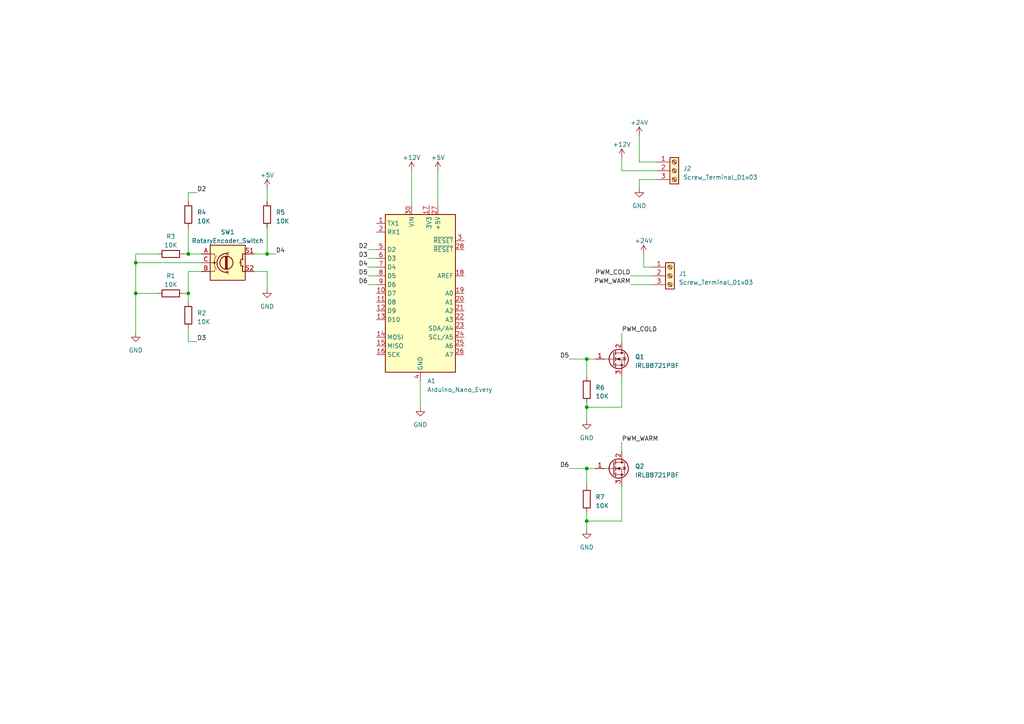
<source format=kicad_sch>
(kicad_sch (version 20230121) (generator eeschema)
  (paper "A4")
  (lib_symbols
    (symbol "Connector:Screw_Terminal_01x03" (pin_names (offset 1.016) hide)
      (property "Reference" "J" (at 0 5.08 0))
      (property "Value" "Screw_Terminal_01x03" (at 0 -5.08 0))
      (symbol "Screw_Terminal_01x03_1_1"
        (rectangle (start -1.27 3.81) (end 1.27 -3.81) (stroke (width 0.254)) (fill (type background)))
        (circle (center 0 -2.54) (radius 0.635) (stroke (width 0.1524)))
        (polyline (pts (xy -0.5334 -2.2098) (xy 0.3302 -3.048)) (stroke (width 0.1524)))
        (polyline (pts (xy -0.5334 0.3302) (xy 0.3302 -0.508)) (stroke (width 0.1524)))
        (polyline (pts (xy -0.5334 2.8702) (xy 0.3302 2.032)) (stroke (width 0.1524)))
        (polyline (pts (xy -0.3556 -2.032) (xy 0.508 -2.8702)) (stroke (width 0.1524)))
        (polyline (pts (xy -0.3556 0.508) (xy 0.508 -0.3302)) (stroke (width 0.1524)))
        (polyline (pts (xy -0.3556 3.048) (xy 0.508 2.2098)) (stroke (width 0.1524)))
        (circle (center 0 0) (radius 0.635) (stroke (width 0.1524)))
        (circle (center 0 2.54) (radius 0.635) (stroke (width 0.1524)))
        (pin passive line (at -5.08 2.54 0) (length 3.81) (name "Pin_1") (number "1"))
        (pin passive line (at -5.08 0 0) (length 3.81) (name "Pin_2") (number "2"))
        (pin passive line (at -5.08 -2.54 0) (length 3.81) (name "Pin_3") (number "3"))
      )
    )
    (symbol "Device:R" (pin_numbers hide) (pin_names (offset 0))
      (property "Reference" "R" (at 2.032 0 90))
      (property "Value" "R" (at 0 0 90))
      (symbol "R_0_1"
        (rectangle (start -1.016 -2.54) (end 1.016 2.54) (stroke (width 0.254)))
      )
      (symbol "R_1_1"
        (pin passive line (at 0 3.81 270) (length 1.27) (name "~") (number "1"))
        (pin passive line (at 0 -3.81 90) (length 1.27) (name "~") (number "2"))
      )
    )
    (symbol "Device:RotaryEncoder_Switch" (pin_names (offset 0.254) hide)
      (property "Reference" "SW" (at 0 6.604 0))
      (property "Value" "RotaryEncoder_Switch" (at 0 -6.604 0))
      (symbol "RotaryEncoder_Switch_0_1"
        (rectangle (start -5.08 5.08) (end 5.08 -5.08) (stroke (width 0.254)) (fill (type background)))
        (circle (center -3.81 0) (radius 0.254) (fill (type outline)))
        (circle (center -0.381 0) (radius 1.905) (stroke (width 0.254)))
        (arc (start -0.381 2.667) (mid -3.0988 -0.0635) (end -0.381 -2.794) (stroke (width 0.254)))
        (polyline (pts (xy -0.635 -1.778) (xy -0.635 1.778)) (stroke (width 0.254)))
        (polyline (pts (xy -0.381 -1.778) (xy -0.381 1.778)) (stroke (width 0.254)))
        (polyline (pts (xy -0.127 1.778) (xy -0.127 -1.778)) (stroke (width 0.254)))
        (polyline (pts (xy 3.81 0) (xy 3.429 0)) (stroke (width 0.254)))
        (polyline (pts (xy 3.81 1.016) (xy 3.81 -1.016)) (stroke (width 0.254)))
        (polyline (pts (xy -5.08 -2.54) (xy -3.81 -2.54) (xy -3.81 -2.032)))
        (polyline (pts (xy -5.08 2.54) (xy -3.81 2.54) (xy -3.81 2.032)))
        (polyline (pts (xy 0.254 -3.048) (xy -0.508 -2.794) (xy 0.127 -2.413)) (stroke (width 0.254)))
        (polyline (pts (xy 0.254 2.921) (xy -0.508 2.667) (xy 0.127 2.286)) (stroke (width 0.254)))
        (polyline (pts (xy 5.08 -2.54) (xy 4.318 -2.54) (xy 4.318 -1.016)) (stroke (width 0.254)))
        (polyline (pts (xy 5.08 2.54) (xy 4.318 2.54) (xy 4.318 1.016)) (stroke (width 0.254)))
        (polyline (pts (xy -5.08 0) (xy -3.81 0) (xy -3.81 -1.016) (xy -3.302 -2.032)))
        (polyline (pts (xy -4.318 0) (xy -3.81 0) (xy -3.81 1.016) (xy -3.302 2.032)))
        (circle (center 4.318 -1.016) (radius 0.127) (stroke (width 0.254)))
        (circle (center 4.318 1.016) (radius 0.127) (stroke (width 0.254)))
      )
      (symbol "RotaryEncoder_Switch_1_1"
        (pin passive line (at -7.62 2.54 0) (length 2.54) (name "A") (number "A"))
        (pin passive line (at -7.62 -2.54 0) (length 2.54) (name "B") (number "B"))
        (pin passive line (at -7.62 0 0) (length 2.54) (name "C") (number "C"))
        (pin passive line (at 7.62 2.54 180) (length 2.54) (name "S1") (number "S1"))
        (pin passive line (at 7.62 -2.54 180) (length 2.54) (name "S2") (number "S2"))
      )
    )
    (symbol "MCU_Module:Arduino_Nano_Every"
      (property "Reference" "A" (at -10.16 23.495 0))
      (property "Value" "Arduino_Nano_Every" (at 5.08 -24.13 0))
      (symbol "Arduino_Nano_Every_0_1"
        (rectangle (start -10.16 22.86) (end 10.16 -22.86) (stroke (width 0.254)) (fill (type background)))
      )
      (symbol "Arduino_Nano_Every_1_1"
        (pin bidirectional line (at -12.7 20.32 0) (length 2.54) (name "TX1") (number "1"))
        (pin bidirectional line (at -12.7 0 0) (length 2.54) (name "D7") (number "10"))
        (pin bidirectional line (at -12.7 -2.54 0) (length 2.54) (name "D8") (number "11"))
        (pin bidirectional line (at -12.7 -5.08 0) (length 2.54) (name "D9") (number "12"))
        (pin bidirectional line (at -12.7 -7.62 0) (length 2.54) (name "D10") (number "13"))
        (pin bidirectional line (at -12.7 -12.7 0) (length 2.54) (name "MOSI") (number "14"))
        (pin bidirectional line (at -12.7 -15.24 0) (length 2.54) (name "MISO") (number "15"))
        (pin bidirectional line (at -12.7 -17.78 0) (length 2.54) (name "SCK") (number "16"))
        (pin power_out line (at 2.54 25.4 270) (length 2.54) (name "3V3") (number "17"))
        (pin input line (at 12.7 5.08 180) (length 2.54) (name "AREF") (number "18"))
        (pin bidirectional line (at 12.7 0 180) (length 2.54) (name "A0") (number "19"))
        (pin bidirectional line (at -12.7 17.78 0) (length 2.54) (name "RX1") (number "2"))
        (pin bidirectional line (at 12.7 -2.54 180) (length 2.54) (name "A1") (number "20"))
        (pin bidirectional line (at 12.7 -5.08 180) (length 2.54) (name "A2") (number "21"))
        (pin bidirectional line (at 12.7 -7.62 180) (length 2.54) (name "A3") (number "22"))
        (pin bidirectional line (at 12.7 -10.16 180) (length 2.54) (name "SDA/A4") (number "23"))
        (pin bidirectional line (at 12.7 -12.7 180) (length 2.54) (name "SCL/A5") (number "24"))
        (pin bidirectional line (at 12.7 -15.24 180) (length 2.54) (name "A6") (number "25"))
        (pin bidirectional line (at 12.7 -17.78 180) (length 2.54) (name "A7") (number "26"))
        (pin power_out line (at 5.08 25.4 270) (length 2.54) (name "+5V") (number "27"))
        (pin input line (at 12.7 12.7 180) (length 2.54) (name "~{RESET}") (number "28"))
        (pin passive line (at 0 -25.4 90) (length 2.54) hide (name "GND") (number "29"))
        (pin input line (at 12.7 15.24 180) (length 2.54) (name "~{RESET}") (number "3"))
        (pin power_in line (at -2.54 25.4 270) (length 2.54) (name "VIN") (number "30"))
        (pin power_in line (at 0 -25.4 90) (length 2.54) (name "GND") (number "4"))
        (pin bidirectional line (at -12.7 12.7 0) (length 2.54) (name "D2") (number "5"))
        (pin bidirectional line (at -12.7 10.16 0) (length 2.54) (name "D3") (number "6"))
        (pin bidirectional line (at -12.7 7.62 0) (length 2.54) (name "D4") (number "7"))
        (pin bidirectional line (at -12.7 5.08 0) (length 2.54) (name "D5") (number "8"))
        (pin bidirectional line (at -12.7 2.54 0) (length 2.54) (name "D6") (number "9"))
      )
    )
    (symbol "Transistor_FET:IRLB8721PBF" (pin_names hide)
      (property "Reference" "Q" (at 6.35 1.905 0))
      (property "Value" "IRLB8721PBF" (at 6.35 0 0))
      (symbol "IRLB8721PBF_0_1"
        (polyline (pts (xy 0.254 0) (xy -2.54 0)))
        (polyline (pts (xy 0.254 1.905) (xy 0.254 -1.905)) (stroke (width 0.254)))
        (polyline (pts (xy 0.762 -1.27) (xy 0.762 -2.286)) (stroke (width 0.254)))
        (polyline (pts (xy 0.762 0.508) (xy 0.762 -0.508)) (stroke (width 0.254)))
        (polyline (pts (xy 0.762 2.286) (xy 0.762 1.27)) (stroke (width 0.254)))
        (polyline (pts (xy 2.54 2.54) (xy 2.54 1.778)))
        (polyline (pts (xy 2.54 -2.54) (xy 2.54 0) (xy 0.762 0)))
        (polyline (pts (xy 0.762 -1.778) (xy 3.302 -1.778) (xy 3.302 1.778) (xy 0.762 1.778)))
        (polyline (pts (xy 1.016 0) (xy 2.032 0.381) (xy 2.032 -0.381) (xy 1.016 0)) (fill (type outline)))
        (polyline (pts (xy 2.794 0.508) (xy 2.921 0.381) (xy 3.683 0.381) (xy 3.81 0.254)))
        (polyline (pts (xy 3.302 0.381) (xy 2.921 -0.254) (xy 3.683 -0.254) (xy 3.302 0.381)))
        (circle (center 1.651 0) (radius 2.794) (stroke (width 0.254)))
        (circle (center 2.54 -1.778) (radius 0.254) (fill (type outline)))
        (circle (center 2.54 1.778) (radius 0.254) (fill (type outline)))
      )
      (symbol "IRLB8721PBF_1_1"
        (pin input line (at -5.08 0 0) (length 2.54) (name "G") (number "1"))
        (pin passive line (at 2.54 5.08 270) (length 2.54) (name "D") (number "2"))
        (pin passive line (at 2.54 -5.08 90) (length 2.54) (name "S") (number "3"))
      )
    )
    (symbol "power:+12V" (power) (pin_names (offset 0))
      (property "Value" "+12V" (at 0 3.556 0))
      (symbol "+12V_0_1"
        (polyline (pts (xy -0.762 1.27) (xy 0 2.54)))
        (polyline (pts (xy 0 0) (xy 0 2.54)))
        (polyline (pts (xy 0 2.54) (xy 0.762 1.27)))
      )
      (symbol "+12V_1_1"
        (pin power_in line (at 0 0 90) (length 0) hide (name "+12V") (number "1"))
      )
    )
    (symbol "power:+24V" (power) (pin_names (offset 0))
      (property "Value" "+24V" (at 0 3.556 0))
      (symbol "+24V_0_1"
        (polyline (pts (xy -0.762 1.27) (xy 0 2.54)))
        (polyline (pts (xy 0 0) (xy 0 2.54)))
        (polyline (pts (xy 0 2.54) (xy 0.762 1.27)))
      )
      (symbol "+24V_1_1"
        (pin power_in line (at 0 0 90) (length 0) hide (name "+24V") (number "1"))
      )
    )
    (symbol "power:+5V" (power) (pin_names (offset 0))
      (property "Value" "+5V" (at 0 3.556 0))
      (symbol "+5V_0_1"
        (polyline (pts (xy -0.762 1.27) (xy 0 2.54)))
        (polyline (pts (xy 0 0) (xy 0 2.54)))
        (polyline (pts (xy 0 2.54) (xy 0.762 1.27)))
      )
      (symbol "+5V_1_1"
        (pin power_in line (at 0 0 90) (length 0) hide (name "+5V") (number "1"))
      )
    )
    (symbol "power:GND" (power) (pin_names (offset 0))
      (property "Value" "GND" (at 0 -3.81 0))
      (symbol "GND_0_1"
        (polyline (pts (xy 0 0) (xy 0 -1.27) (xy 1.27 -1.27) (xy 0 -2.54) (xy -1.27 -1.27) (xy 0 -1.27)))
      )
      (symbol "GND_1_1"
        (pin power_in line (at 0 0 270) (length 0) hide (name "GND") (number "1"))
      )
    )
  )
  (junction (at 54.61 73.66))
  (junction (at 39.37 85.09))
  (junction (at 170.18 135.89))
  (junction (at 54.61 85.09))
  (junction (at 170.18 118.11))
  (junction (at 39.37 76.2))
  (junction (at 77.47 73.66))
  (junction (at 170.18 104.14))
  (junction (at 170.18 151.13))
  (wire (pts (xy 170.18 104.14) (xy 172.72 104.14)))
  (wire (pts (xy 39.37 85.09) (xy 39.37 96.52)))
  (wire (pts (xy 180.34 96.52) (xy 180.34 99.06)))
  (wire (pts (xy 170.18 116.84) (xy 170.18 118.11)))
  (wire (pts (xy 182.88 80.01) (xy 189.23 80.01)))
  (wire (pts (xy 190.5 52.07) (xy 185.42 52.07)))
  (wire (pts (xy 165.1 104.14) (xy 170.18 104.14)))
  (wire (pts (xy 170.18 151.13) (xy 170.18 153.67)))
  (wire (pts (xy 106.68 72.39) (xy 109.22 72.39)))
  (wire (pts (xy 58.42 78.74) (xy 54.61 78.74)))
  (wire (pts (xy 45.72 73.66) (xy 39.37 73.66)))
  (wire (pts (xy 165.1 135.89) (xy 170.18 135.89)))
  (wire (pts (xy 190.5 49.53) (xy 180.34 49.53)))
  (wire (pts (xy 170.18 104.14) (xy 170.18 109.22)))
  (wire (pts (xy 180.34 118.11) (xy 170.18 118.11)))
  (wire (pts (xy 106.68 82.55) (xy 109.22 82.55)))
  (wire (pts (xy 77.47 73.66) (xy 80.01 73.66)))
  (wire (pts (xy 57.15 99.06) (xy 54.61 99.06)))
  (wire (pts (xy 54.61 55.88) (xy 57.15 55.88)))
  (wire (pts (xy 170.18 135.89) (xy 170.18 140.97)))
  (wire (pts (xy 180.34 140.97) (xy 180.34 151.13)))
  (wire (pts (xy 182.88 82.55) (xy 189.23 82.55)))
  (wire (pts (xy 39.37 73.66) (xy 39.37 76.2)))
  (wire (pts (xy 185.42 52.07) (xy 185.42 54.61)))
  (wire (pts (xy 190.5 46.99) (xy 185.42 46.99)))
  (wire (pts (xy 54.61 99.06) (xy 54.61 95.25)))
  (wire (pts (xy 77.47 73.66) (xy 73.66 73.66)))
  (wire (pts (xy 180.34 151.13) (xy 170.18 151.13)))
  (wire (pts (xy 170.18 148.59) (xy 170.18 151.13)))
  (wire (pts (xy 121.92 118.11) (xy 121.92 110.49)))
  (wire (pts (xy 106.68 74.93) (xy 109.22 74.93)))
  (wire (pts (xy 54.61 73.66) (xy 58.42 73.66)))
  (wire (pts (xy 53.34 85.09) (xy 54.61 85.09)))
  (wire (pts (xy 170.18 118.11) (xy 170.18 121.92)))
  (wire (pts (xy 77.47 78.74) (xy 73.66 78.74)))
  (wire (pts (xy 54.61 78.74) (xy 54.61 85.09)))
  (wire (pts (xy 186.69 73.66) (xy 186.69 77.47)))
  (wire (pts (xy 185.42 39.37) (xy 185.42 46.99)))
  (wire (pts (xy 180.34 49.53) (xy 180.34 45.72)))
  (wire (pts (xy 127 49.53) (xy 127 59.69)))
  (wire (pts (xy 180.34 128.27) (xy 180.34 130.81)))
  (wire (pts (xy 106.68 80.01) (xy 109.22 80.01)))
  (wire (pts (xy 180.34 109.22) (xy 180.34 118.11)))
  (wire (pts (xy 53.34 73.66) (xy 54.61 73.66)))
  (wire (pts (xy 186.69 77.47) (xy 189.23 77.47)))
  (wire (pts (xy 106.68 77.47) (xy 109.22 77.47)))
  (wire (pts (xy 77.47 83.82) (xy 77.47 78.74)))
  (wire (pts (xy 54.61 66.04) (xy 54.61 73.66)))
  (wire (pts (xy 39.37 85.09) (xy 45.72 85.09)))
  (wire (pts (xy 54.61 55.88) (xy 54.61 58.42)))
  (wire (pts (xy 39.37 76.2) (xy 39.37 85.09)))
  (wire (pts (xy 77.47 54.61) (xy 77.47 58.42)))
  (wire (pts (xy 58.42 76.2) (xy 39.37 76.2)))
  (wire (pts (xy 54.61 85.09) (xy 54.61 87.63)))
  (wire (pts (xy 119.38 49.53) (xy 119.38 59.69)))
  (wire (pts (xy 77.47 66.04) (xy 77.47 73.66)))
  (wire (pts (xy 170.18 135.89) (xy 172.72 135.89)))
  (label "D3" (at 57.15 99.06 0))
  (label "D6" (at 165.1 135.89 180))
  (label "D6" (at 106.68 82.55 180))
  (label "D2" (at 57.15 55.88 0))
  (label "D5" (at 165.1 104.14 180))
  (label "D2" (at 106.68 72.39 180))
  (label "PWM_WARM" (at 180.34 128.27 0))
  (label "D4" (at 80.01 73.66 0))
  (label "PWM_COLD" (at 182.88 80.01 180))
  (label "D4" (at 106.68 77.47 180))
  (label "PWM_COLD" (at 180.34 96.52 0))
  (label "D3" (at 106.68 74.93 180))
  (label "PWM_WARM" (at 182.88 82.55 180))
  (label "D5" (at 106.68 80.01 180))
  (symbol (lib_id "Transistor_FET:IRLB8721PBF") (at 177.8 135.89 0) (unit 1)
    (property "Reference" "Q2" (at 184.15 135.255 0) (effects (justify left)))
    (property "Value" "IRLB8721PBF" (at 184.15 137.795 0) (effects (justify left)))
    (property "Footprint" "Package_TO_SOT_THT:TO-220-3_Vertical" (effects hide))
    (property "Datasheet" "http://www.infineon.com/dgdl/irlb8721pbf.pdf?fileId=5546d462533600a40153566056732591" (effects hide))
  )
  (symbol (lib_id "power:+5V") (at 127 49.53 0) (unit 1)
    (property "Reference" "#PWR05" (effects hide))
    (property "Value" "+5V" (at 127 45.72 0))
  )
  (symbol (lib_id "Device:R") (at 49.53 73.66 270) (unit 1)
    (property "Reference" "R3" (at 49.53 68.58 90))
    (property "Value" "10K" (at 49.53 71.12 90))
  )
  (symbol (lib_id "MCU_Module:Arduino_Nano_Every") (at 121.92 85.09 0) (unit 1)
    (property "Reference" "A1" (at 123.8759 110.49 0) (effects (justify left)))
    (property "Value" "Arduino_Nano_Every" (at 123.8759 113.03 0) (effects (justify left)))
    (property "Footprint" "Module:Arduino_Nano" (effects hide))
    (property "Datasheet" "https://content.arduino.cc/assets/NANOEveryV3.0_sch.pdf" (effects hide))
  )
  (symbol (lib_id "Transistor_FET:IRLB8721PBF") (at 177.8 104.14 0) (unit 1)
    (property "Reference" "Q1" (at 184.15 103.505 0) (effects (justify left)))
    (property "Value" "IRLB8721PBF" (at 184.15 106.045 0) (effects (justify left)))
    (property "Footprint" "Package_TO_SOT_THT:TO-220-3_Vertical" (effects hide))
    (property "Datasheet" "http://www.infineon.com/dgdl/irlb8721pbf.pdf?fileId=5546d462533600a40153566056732591" (effects hide))
  )
  (symbol (lib_id "Device:R") (at 49.53 85.09 270) (unit 1)
    (property "Reference" "R1" (at 49.53 80.01 90))
    (property "Value" "10K" (at 49.53 82.55 90))
  )
  (symbol (lib_id "Device:RotaryEncoder_Switch") (at 66.04 76.2 0) (unit 1)
    (property "Reference" "SW1" (at 66.04 67.31 0))
    (property "Value" "RotaryEncoder_Switch" (at 66.04 69.85 0))
  )
  (symbol (lib_id "power:GND") (at 185.42 54.61 0) (unit 1)
    (property "Reference" "#PWR012" (effects hide))
    (property "Value" "GND" (at 185.42 59.69 0))
  )
  (symbol (lib_id "power:GND") (at 121.92 118.11 0) (unit 1)
    (property "Reference" "#PWR02" (effects hide))
    (property "Value" "GND" (at 121.92 123.19 0))
  )
  (symbol (lib_id "power:GND") (at 170.18 153.67 0) (unit 1)
    (property "Reference" "#PWR08" (effects hide))
    (property "Value" "GND" (at 170.18 158.75 0))
  )
  (symbol (lib_id "power:+24V") (at 185.42 39.37 0) (unit 1)
    (property "Reference" "#PWR010" (effects hide))
    (property "Value" "+24V" (at 185.42 35.56 0))
  )
  (symbol (lib_id "power:+12V") (at 119.38 49.53 0) (unit 1)
    (property "Reference" "#PWR01" (effects hide))
    (property "Value" "+12V" (at 119.38 45.72 0))
  )
  (symbol (lib_id "Device:R") (at 54.61 62.23 0) (unit 1)
    (property "Reference" "R4" (at 57.15 61.595 0) (effects (justify left)))
    (property "Value" "10K" (at 57.15 64.135 0) (effects (justify left)))
  )
  (symbol (lib_id "power:+24V") (at 186.69 73.66 0) (unit 1)
    (property "Reference" "#PWR09" (effects hide))
    (property "Value" "+24V" (at 186.69 69.85 0))
  )
  (symbol (lib_id "power:GND") (at 77.47 83.82 0) (unit 1)
    (property "Reference" "#PWR04" (effects hide))
    (property "Value" "GND" (at 77.47 88.9 0))
  )
  (symbol (lib_id "power:GND") (at 170.18 121.92 0) (unit 1)
    (property "Reference" "#PWR07" (effects hide))
    (property "Value" "GND" (at 170.18 127 0))
  )
  (symbol (lib_id "power:+5V") (at 77.47 54.61 0) (unit 1)
    (property "Reference" "#PWR06" (effects hide))
    (property "Value" "+5V" (at 77.47 50.8 0))
  )
  (symbol (lib_id "Device:R") (at 77.47 62.23 0) (unit 1)
    (property "Reference" "R5" (at 80.01 61.595 0) (effects (justify left)))
    (property "Value" "10K" (at 80.01 64.135 0) (effects (justify left)))
  )
  (symbol (lib_id "Connector:Screw_Terminal_01x03") (at 195.58 49.53 0) (unit 1)
    (property "Reference" "J2" (at 198.12 48.895 0) (effects (justify left)))
    (property "Value" "Screw_Terminal_01x03" (at 198.12 51.435 0) (effects (justify left)))
  )
  (symbol (lib_id "Device:R") (at 54.61 91.44 0) (unit 1)
    (property "Reference" "R2" (at 57.15 90.805 0) (effects (justify left)))
    (property "Value" "10K" (at 57.15 93.345 0) (effects (justify left)))
  )
  (symbol (lib_id "Connector:Screw_Terminal_01x03") (at 194.31 80.01 0) (unit 1)
    (property "Reference" "J1" (at 196.85 79.375 0) (effects (justify left)))
    (property "Value" "Screw_Terminal_01x03" (at 196.85 81.915 0) (effects (justify left)))
  )
  (symbol (lib_id "Device:R") (at 170.18 113.03 0) (unit 1)
    (property "Reference" "R6" (at 172.72 112.395 0) (effects (justify left)))
    (property "Value" "10K" (at 172.72 114.935 0) (effects (justify left)))
  )
  (symbol (lib_id "Device:R") (at 170.18 144.78 0) (unit 1)
    (property "Reference" "R7" (at 172.72 144.145 0) (effects (justify left)))
    (property "Value" "10K" (at 172.72 146.685 0) (effects (justify left)))
  )
  (symbol (lib_id "power:+12V") (at 180.34 45.72 0) (unit 1)
    (property "Reference" "#PWR011" (effects hide))
    (property "Value" "+12V" (at 180.34 41.91 0))
  )
  (symbol (lib_id "power:GND") (at 39.37 96.52 0) (unit 1)
    (property "Reference" "#PWR03" (effects hide))
    (property "Value" "GND" (at 39.37 101.6 0))
  )
)
</source>
